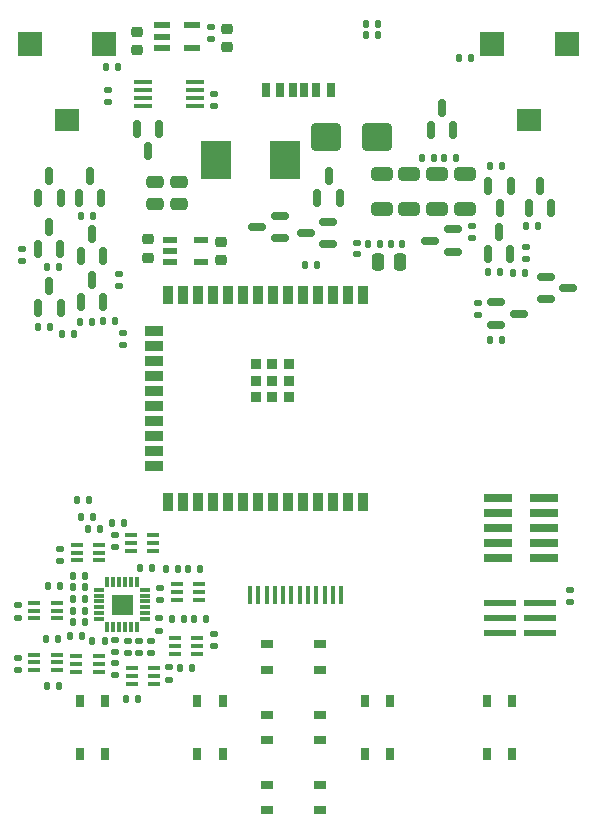
<source format=gbr>
G04 #@! TF.GenerationSoftware,KiCad,Pcbnew,7.0.5*
G04 #@! TF.CreationDate,2023-11-03T09:35:19+00:00*
G04 #@! TF.ProjectId,MaxTENS,4d617854-454e-4532-9e6b-696361645f70,rev?*
G04 #@! TF.SameCoordinates,Original*
G04 #@! TF.FileFunction,Paste,Top*
G04 #@! TF.FilePolarity,Positive*
%FSLAX46Y46*%
G04 Gerber Fmt 4.6, Leading zero omitted, Abs format (unit mm)*
G04 Created by KiCad (PCBNEW 7.0.5) date 2023-11-03 09:35:19*
%MOMM*%
%LPD*%
G01*
G04 APERTURE LIST*
G04 Aperture macros list*
%AMRoundRect*
0 Rectangle with rounded corners*
0 $1 Rounding radius*
0 $2 $3 $4 $5 $6 $7 $8 $9 X,Y pos of 4 corners*
0 Add a 4 corners polygon primitive as box body*
4,1,4,$2,$3,$4,$5,$6,$7,$8,$9,$2,$3,0*
0 Add four circle primitives for the rounded corners*
1,1,$1+$1,$2,$3*
1,1,$1+$1,$4,$5*
1,1,$1+$1,$6,$7*
1,1,$1+$1,$8,$9*
0 Add four rect primitives between the rounded corners*
20,1,$1+$1,$2,$3,$4,$5,0*
20,1,$1+$1,$4,$5,$6,$7,0*
20,1,$1+$1,$6,$7,$8,$9,0*
20,1,$1+$1,$8,$9,$2,$3,0*%
G04 Aperture macros list end*
%ADD10C,0.010000*%
%ADD11RoundRect,0.135000X-0.185000X0.135000X-0.185000X-0.135000X0.185000X-0.135000X0.185000X0.135000X0*%
%ADD12RoundRect,0.135000X-0.135000X-0.185000X0.135000X-0.185000X0.135000X0.185000X-0.135000X0.185000X0*%
%ADD13RoundRect,0.150000X0.150000X-0.587500X0.150000X0.587500X-0.150000X0.587500X-0.150000X-0.587500X0*%
%ADD14R,1.150000X0.600000*%
%ADD15RoundRect,0.135000X0.135000X0.185000X-0.135000X0.185000X-0.135000X-0.185000X0.135000X-0.185000X0*%
%ADD16R,0.990600X0.711200*%
%ADD17RoundRect,0.135000X0.185000X-0.135000X0.185000X0.135000X-0.185000X0.135000X-0.185000X-0.135000X0*%
%ADD18RoundRect,0.150000X-0.150000X0.587500X-0.150000X-0.587500X0.150000X-0.587500X0.150000X0.587500X0*%
%ADD19RoundRect,0.150000X-0.587500X-0.150000X0.587500X-0.150000X0.587500X0.150000X-0.587500X0.150000X0*%
%ADD20R,1.016000X0.355600*%
%ADD21RoundRect,0.250000X-0.650000X0.325000X-0.650000X-0.325000X0.650000X-0.325000X0.650000X0.325000X0*%
%ADD22R,1.320800X0.508000*%
%ADD23R,0.711200X0.990600*%
%ADD24RoundRect,0.140000X-0.170000X0.140000X-0.170000X-0.140000X0.170000X-0.140000X0.170000X0.140000X0*%
%ADD25RoundRect,0.140000X-0.140000X-0.170000X0.140000X-0.170000X0.140000X0.170000X-0.140000X0.170000X0*%
%ADD26R,2.387600X0.762000*%
%ADD27RoundRect,0.008100X-0.421900X-0.126900X0.421900X-0.126900X0.421900X0.126900X-0.421900X0.126900X0*%
%ADD28RoundRect,0.008100X0.126900X-0.421900X0.126900X0.421900X-0.126900X0.421900X-0.126900X-0.421900X0*%
%ADD29RoundRect,0.225000X0.250000X-0.225000X0.250000X0.225000X-0.250000X0.225000X-0.250000X-0.225000X0*%
%ADD30RoundRect,0.140000X0.170000X-0.140000X0.170000X0.140000X-0.170000X0.140000X-0.170000X-0.140000X0*%
%ADD31RoundRect,0.250000X-0.475000X0.250000X-0.475000X-0.250000X0.475000X-0.250000X0.475000X0.250000X0*%
%ADD32R,0.900000X1.500000*%
%ADD33R,1.500000X0.900000*%
%ADD34R,0.900000X0.900000*%
%ADD35R,2.000000X1.900000*%
%ADD36R,2.100000X2.000000*%
%ADD37RoundRect,0.150000X0.587500X0.150000X-0.587500X0.150000X-0.587500X-0.150000X0.587500X-0.150000X0*%
%ADD38RoundRect,0.250000X1.000000X0.900000X-1.000000X0.900000X-1.000000X-0.900000X1.000000X-0.900000X0*%
%ADD39RoundRect,0.250000X-0.250000X-0.475000X0.250000X-0.475000X0.250000X0.475000X-0.250000X0.475000X0*%
%ADD40R,2.819400X0.508000*%
%ADD41R,0.700000X1.200000*%
%ADD42R,0.760000X1.200000*%
%ADD43R,0.800000X1.200000*%
%ADD44RoundRect,0.225000X-0.250000X0.225000X-0.250000X-0.225000X0.250000X-0.225000X0.250000X0.225000X0*%
%ADD45R,1.524000X0.457200*%
%ADD46R,0.350000X1.600000*%
%ADD47R,2.550000X3.200000*%
G04 APERTURE END LIST*
G04 #@! TO.C,U2*
D10*
X209435000Y-91095000D02*
X207795000Y-91095000D01*
X207795000Y-89455000D01*
X209435000Y-89455000D01*
X209435000Y-91095000D01*
G36*
X209435000Y-91095000D02*
G01*
X207795000Y-91095000D01*
X207795000Y-89455000D01*
X209435000Y-89455000D01*
X209435000Y-91095000D01*
G37*
G04 #@! TD*
D11*
G04 #@! TO.C,R17*
X216160000Y-41390000D03*
X216160000Y-42410000D03*
G04 #@! TD*
D12*
G04 #@! TO.C,R57*
X205015000Y-66400000D03*
X206035000Y-66400000D03*
G04 #@! TD*
D13*
G04 #@! TO.C,Q4*
X201510000Y-55837500D03*
X203410000Y-55837500D03*
X202460000Y-53962500D03*
G04 #@! TD*
D14*
G04 #@! TO.C,IC2*
X212700000Y-59400000D03*
X212700000Y-60350000D03*
X212700000Y-61300000D03*
X215300000Y-61300000D03*
X215300000Y-59400000D03*
G04 #@! TD*
D11*
G04 #@! TO.C,R15*
X199800000Y-90365000D03*
X199800000Y-91385000D03*
G04 #@! TD*
D15*
G04 #@! TO.C,R18*
X230310000Y-41100000D03*
X229290000Y-41100000D03*
G04 #@! TD*
D12*
G04 #@! TO.C,R31*
X204440000Y-91800000D03*
X205460000Y-91800000D03*
G04 #@! TD*
D16*
G04 #@! TO.C,S6*
X220849999Y-105525001D03*
X225350001Y-105525001D03*
X220849999Y-107674999D03*
X225350001Y-107674999D03*
G04 #@! TD*
D17*
G04 #@! TO.C,R38*
X210075000Y-94360000D03*
X210075000Y-93340000D03*
G04 #@! TD*
D12*
G04 #@! TO.C,R62*
X205105000Y-82900000D03*
X206125000Y-82900000D03*
G04 #@! TD*
G04 #@! TO.C,R1*
X224080000Y-61500000D03*
X225100000Y-61500000D03*
G04 #@! TD*
D18*
G04 #@! TO.C,Q8*
X241540000Y-54855000D03*
X239640000Y-54855000D03*
X240590000Y-56730000D03*
G04 #@! TD*
D19*
G04 #@! TO.C,Q21*
X240312500Y-64700000D03*
X240312500Y-66600000D03*
X242187500Y-65650000D03*
G04 #@! TD*
D13*
G04 #@! TO.C,Q3*
X234740000Y-50087500D03*
X236640000Y-50087500D03*
X235690000Y-48212500D03*
G04 #@! TD*
D12*
G04 #@! TO.C,R3*
X235880000Y-52510000D03*
X236900000Y-52510000D03*
G04 #@! TD*
D13*
G04 #@! TO.C,Q6*
X201490000Y-60187500D03*
X203390000Y-60187500D03*
X202440000Y-58312500D03*
G04 #@! TD*
D17*
G04 #@! TO.C,R34*
X208025000Y-94335000D03*
X208025000Y-93315000D03*
G04 #@! TD*
D20*
G04 #@! TO.C,U9*
X209420000Y-95675002D03*
X209420000Y-96325001D03*
X209420000Y-96975000D03*
X211325000Y-96975000D03*
X211325000Y-96325001D03*
X211325000Y-95675002D03*
G04 #@! TD*
D13*
G04 #@! TO.C,Q9*
X243040000Y-56707500D03*
X244940000Y-56707500D03*
X243990000Y-54832500D03*
G04 #@! TD*
D21*
G04 #@! TO.C,C4*
X237620000Y-53855000D03*
X237620000Y-56805000D03*
G04 #@! TD*
D22*
G04 #@! TO.C,U3*
X211979600Y-41249998D03*
X211979600Y-42199999D03*
X211979600Y-43150000D03*
X214570400Y-43150000D03*
X214570400Y-41249998D03*
G04 #@! TD*
D17*
G04 #@! TO.C,R25*
X208000000Y-96260000D03*
X208000000Y-95240000D03*
G04 #@! TD*
D23*
G04 #@! TO.C,S5*
X214975001Y-102920001D03*
X214975001Y-98419999D03*
X217124999Y-102920001D03*
X217124999Y-98419999D03*
G04 #@! TD*
D12*
G04 #@! TO.C,R4*
X207240000Y-44775000D03*
X208260000Y-44775000D03*
G04 #@! TD*
D21*
G04 #@! TO.C,C12*
X230600000Y-53845000D03*
X230600000Y-56795000D03*
G04 #@! TD*
D23*
G04 #@! TO.C,S4*
X231299998Y-98419999D03*
X231299998Y-102920001D03*
X229150000Y-98419999D03*
X229150000Y-102920001D03*
G04 #@! TD*
D24*
G04 #@! TO.C,C15*
X246550000Y-89095000D03*
X246550000Y-90055000D03*
G04 #@! TD*
D25*
G04 #@! TO.C,C6*
X231395000Y-59725000D03*
X232355000Y-59725000D03*
G04 #@! TD*
D12*
G04 #@! TO.C,R27*
X204455000Y-87835000D03*
X205475000Y-87835000D03*
G04 #@! TD*
D17*
G04 #@! TO.C,R47*
X212625000Y-96635000D03*
X212625000Y-95615000D03*
G04 #@! TD*
D12*
G04 #@! TO.C,R33*
X206115000Y-93375000D03*
X207135000Y-93375000D03*
G04 #@! TD*
G04 #@! TO.C,R32*
X204215000Y-92950000D03*
X205235000Y-92950000D03*
G04 #@! TD*
D26*
G04 #@! TO.C,J5*
X244340002Y-86340000D03*
X240440000Y-86340000D03*
X244340002Y-85070000D03*
X240440000Y-85070000D03*
X244340002Y-83800000D03*
X240440000Y-83800000D03*
X244340002Y-82530000D03*
X240440000Y-82530000D03*
X244340002Y-81260000D03*
X240440000Y-81260000D03*
G04 #@! TD*
D13*
G04 #@! TO.C,Q7*
X239590000Y-60640000D03*
X241490000Y-60640000D03*
X240540000Y-58765000D03*
G04 #@! TD*
D12*
G04 #@! TO.C,R46*
X214180000Y-87300000D03*
X215200000Y-87300000D03*
G04 #@! TD*
D20*
G04 #@! TO.C,U10*
X213097500Y-93150001D03*
X213097500Y-93800000D03*
X213097500Y-94449999D03*
X215002500Y-94449999D03*
X215002500Y-93800000D03*
X215002500Y-93150001D03*
G04 #@! TD*
D12*
G04 #@! TO.C,R30*
X204440000Y-90800000D03*
X205460000Y-90800000D03*
G04 #@! TD*
D21*
G04 #@! TO.C,C11*
X232950000Y-53850000D03*
X232950000Y-56800000D03*
G04 #@! TD*
D20*
G04 #@! TO.C,U7*
X201197500Y-94525001D03*
X201197500Y-95175000D03*
X201197500Y-95824999D03*
X203102500Y-95824999D03*
X203102500Y-95175000D03*
X203102500Y-94525001D03*
G04 #@! TD*
D17*
G04 #@! TO.C,R39*
X211050000Y-94360000D03*
X211050000Y-93340000D03*
G04 #@! TD*
D15*
G04 #@! TO.C,R36*
X205835000Y-81475000D03*
X204815000Y-81475000D03*
G04 #@! TD*
D12*
G04 #@! TO.C,R14*
X202340000Y-88725000D03*
X203360000Y-88725000D03*
G04 #@! TD*
D16*
G04 #@! TO.C,S7*
X220849999Y-99595001D03*
X225350001Y-99595001D03*
X220849999Y-101744999D03*
X225350001Y-101744999D03*
G04 #@! TD*
D17*
G04 #@! TO.C,R54*
X200125000Y-61210000D03*
X200125000Y-60190000D03*
G04 #@! TD*
D15*
G04 #@! TO.C,R16*
X230460000Y-59725000D03*
X229440000Y-59725000D03*
G04 #@! TD*
D20*
G04 #@! TO.C,U5*
X204747500Y-94675001D03*
X204747500Y-95325000D03*
X204747500Y-95974999D03*
X206652500Y-95974999D03*
X206652500Y-95325000D03*
X206652500Y-94675001D03*
G04 #@! TD*
D27*
G04 #@! TO.C,U2*
X206680000Y-89025000D03*
X206680000Y-89525000D03*
X206680000Y-90025000D03*
X206680000Y-90525000D03*
X206680000Y-91025000D03*
X206680000Y-91525000D03*
D28*
X207365000Y-92210000D03*
X207865000Y-92210000D03*
X208365000Y-92210000D03*
X208865000Y-92210000D03*
X209365000Y-92210000D03*
X209865000Y-92210000D03*
D27*
X210550000Y-91525000D03*
X210550000Y-91025000D03*
X210550000Y-90525000D03*
X210550000Y-90025000D03*
X210550000Y-89525000D03*
X210550000Y-89025000D03*
D28*
X209865000Y-88340000D03*
X209365000Y-88340000D03*
X208865000Y-88340000D03*
X208365000Y-88340000D03*
X207865000Y-88340000D03*
X207365000Y-88340000D03*
G04 #@! TD*
D20*
G04 #@! TO.C,U4*
X204762500Y-85235001D03*
X204762500Y-85885000D03*
X204762500Y-86534999D03*
X206667500Y-86534999D03*
X206667500Y-85885000D03*
X206667500Y-85235001D03*
G04 #@! TD*
D29*
G04 #@! TO.C,C10*
X209875000Y-43375000D03*
X209875000Y-41825000D03*
G04 #@! TD*
D30*
G04 #@! TO.C,C8*
X228500000Y-60630000D03*
X228500000Y-59670000D03*
G04 #@! TD*
D17*
G04 #@! TO.C,R22*
X208320000Y-63290000D03*
X208320000Y-62270000D03*
G04 #@! TD*
D19*
G04 #@! TO.C,Q19*
X244487500Y-62550000D03*
X244487500Y-64450000D03*
X246362500Y-63500000D03*
G04 #@! TD*
D12*
G04 #@! TO.C,R10*
X239740000Y-67880000D03*
X240760000Y-67880000D03*
G04 #@! TD*
D11*
G04 #@! TO.C,R13*
X203390000Y-85575000D03*
X203390000Y-86595000D03*
G04 #@! TD*
D15*
G04 #@! TO.C,R42*
X215760000Y-91525000D03*
X214740000Y-91525000D03*
G04 #@! TD*
D13*
G04 #@! TO.C,Q17*
X205130000Y-60787500D03*
X207030000Y-60787500D03*
X206080000Y-58912500D03*
G04 #@! TD*
D29*
G04 #@! TO.C,C9*
X217500000Y-43075000D03*
X217500000Y-41525000D03*
G04 #@! TD*
D13*
G04 #@! TO.C,Q16*
X205140000Y-64705000D03*
X207040000Y-64705000D03*
X206090000Y-62830000D03*
G04 #@! TD*
D17*
G04 #@! TO.C,R9*
X238220000Y-59240000D03*
X238220000Y-58220000D03*
G04 #@! TD*
D20*
G04 #@! TO.C,U8*
X213247500Y-88575001D03*
X213247500Y-89225000D03*
X213247500Y-89874999D03*
X215152500Y-89874999D03*
X215152500Y-89225000D03*
X215152500Y-88575001D03*
G04 #@! TD*
D31*
G04 #@! TO.C,C1*
X211400000Y-54500000D03*
X211400000Y-56400000D03*
G04 #@! TD*
D12*
G04 #@! TO.C,R28*
X204455000Y-88835000D03*
X205475000Y-88835000D03*
G04 #@! TD*
D32*
G04 #@! TO.C,IC1*
X229060000Y-64100000D03*
X227790000Y-64100000D03*
X226520000Y-64100000D03*
X225250000Y-64100000D03*
X223980000Y-64100000D03*
X222710000Y-64100000D03*
X221440000Y-64100000D03*
X220170000Y-64100000D03*
X218900000Y-64100000D03*
X217630000Y-64100000D03*
X216360000Y-64100000D03*
X215090000Y-64100000D03*
X213820000Y-64100000D03*
X212550000Y-64100000D03*
D33*
X211300000Y-67135000D03*
X211300000Y-68405000D03*
X211300000Y-69675000D03*
X211300000Y-70945000D03*
X211300000Y-72215000D03*
X211300000Y-73485000D03*
X211300000Y-74755000D03*
X211300000Y-76025000D03*
X211300000Y-77295000D03*
X211300000Y-78565000D03*
D32*
X212550000Y-81600000D03*
X213820000Y-81600000D03*
X215090000Y-81600000D03*
X216360000Y-81600000D03*
X217630000Y-81600000D03*
X218900000Y-81600000D03*
X220170000Y-81600000D03*
X221440000Y-81600000D03*
X222710000Y-81600000D03*
X223980000Y-81600000D03*
X225250000Y-81600000D03*
X226520000Y-81600000D03*
X227790000Y-81600000D03*
X229060000Y-81600000D03*
D34*
X222740000Y-69950000D03*
X221340000Y-69950000D03*
X219940000Y-69950000D03*
X219940000Y-71350000D03*
X219940000Y-72750000D03*
X221340000Y-72750000D03*
X222740000Y-72750000D03*
X222740000Y-71350000D03*
X221340000Y-71350000D03*
G04 #@! TD*
D35*
G04 #@! TO.C,J7*
X243100000Y-49255000D03*
D36*
X239950000Y-42805000D03*
X246250000Y-42805000D03*
G04 #@! TD*
D12*
G04 #@! TO.C,R44*
X210165000Y-87175000D03*
X211185000Y-87175000D03*
G04 #@! TD*
G04 #@! TO.C,R21*
X207040000Y-66300000D03*
X208060000Y-66300000D03*
G04 #@! TD*
D17*
G04 #@! TO.C,R7*
X242820000Y-61070000D03*
X242820000Y-60050000D03*
G04 #@! TD*
D12*
G04 #@! TO.C,R6*
X205170000Y-57380000D03*
X206190000Y-57380000D03*
G04 #@! TD*
D37*
G04 #@! TO.C,Q20*
X236597500Y-60420000D03*
X236597500Y-58520000D03*
X234722500Y-59470000D03*
G04 #@! TD*
D21*
G04 #@! TO.C,C3*
X235250000Y-53850000D03*
X235250000Y-56800000D03*
G04 #@! TD*
D38*
G04 #@! TO.C,D1*
X230200000Y-50700000D03*
X225900000Y-50700000D03*
G04 #@! TD*
D15*
G04 #@! TO.C,R61*
X240610000Y-62150000D03*
X239590000Y-62150000D03*
G04 #@! TD*
D11*
G04 #@! TO.C,R50*
X216375000Y-92815000D03*
X216375000Y-93835000D03*
G04 #@! TD*
D39*
G04 #@! TO.C,C7*
X230275000Y-61325000D03*
X232175000Y-61325000D03*
G04 #@! TD*
D15*
G04 #@! TO.C,R8*
X240820000Y-53180000D03*
X239800000Y-53180000D03*
G04 #@! TD*
D40*
G04 #@! TO.C,J3*
X244001800Y-90130000D03*
X240598200Y-90130000D03*
X244001800Y-91400000D03*
X240598200Y-91400000D03*
X244001800Y-92670000D03*
X240598200Y-92670000D03*
G04 #@! TD*
D37*
G04 #@! TO.C,Q10*
X221950000Y-59275000D03*
X221950000Y-57375000D03*
X220075000Y-58325000D03*
G04 #@! TD*
D12*
G04 #@! TO.C,R55*
X203565000Y-67400000D03*
X204585000Y-67400000D03*
G04 #@! TD*
D41*
G04 #@! TO.C,J1*
X224050000Y-46680000D03*
D42*
X222030000Y-46680000D03*
D43*
X220800000Y-46680000D03*
D41*
X223050000Y-46680000D03*
D42*
X225070000Y-46680000D03*
D43*
X226300000Y-46680000D03*
G04 #@! TD*
D17*
G04 #@! TO.C,R37*
X209125000Y-94360000D03*
X209125000Y-93340000D03*
G04 #@! TD*
D20*
G04 #@! TO.C,U11*
X209347500Y-84425001D03*
X209347500Y-85075000D03*
X209347500Y-85724999D03*
X211252500Y-85724999D03*
X211252500Y-85075000D03*
X211252500Y-84425001D03*
G04 #@! TD*
D12*
G04 #@! TO.C,R23*
X202140000Y-93200000D03*
X203160000Y-93200000D03*
G04 #@! TD*
D44*
G04 #@! TO.C,C14*
X210850000Y-59375000D03*
X210850000Y-60925000D03*
G04 #@! TD*
D12*
G04 #@! TO.C,R11*
X237105000Y-44050000D03*
X238125000Y-44050000D03*
G04 #@! TD*
D11*
G04 #@! TO.C,R5*
X216400000Y-47090000D03*
X216400000Y-48110000D03*
G04 #@! TD*
G04 #@! TO.C,R24*
X199825000Y-94815000D03*
X199825000Y-95835000D03*
G04 #@! TD*
D12*
G04 #@! TO.C,R12*
X205715000Y-83875000D03*
X206735000Y-83875000D03*
G04 #@! TD*
D17*
G04 #@! TO.C,R45*
X207450000Y-47745000D03*
X207450000Y-46725000D03*
G04 #@! TD*
D18*
G04 #@! TO.C,Q2*
X211780000Y-49985000D03*
X209880000Y-49985000D03*
X210830000Y-51860000D03*
G04 #@! TD*
D12*
G04 #@! TO.C,R51*
X207765000Y-83350000D03*
X208785000Y-83350000D03*
G04 #@! TD*
D13*
G04 #@! TO.C,Q5*
X204950000Y-55847500D03*
X206850000Y-55847500D03*
X205900000Y-53972500D03*
G04 #@! TD*
G04 #@! TO.C,Q18*
X201520000Y-65180000D03*
X203420000Y-65180000D03*
X202470000Y-63305000D03*
G04 #@! TD*
D12*
G04 #@! TO.C,R19*
X229290000Y-42100000D03*
X230310000Y-42100000D03*
G04 #@! TD*
G04 #@! TO.C,R59*
X241740000Y-62250000D03*
X242760000Y-62250000D03*
G04 #@! TD*
D15*
G04 #@! TO.C,R41*
X213860000Y-91525000D03*
X212840000Y-91525000D03*
G04 #@! TD*
D45*
G04 #@! TO.C,U1*
X210428300Y-46085001D03*
X210428300Y-46734999D03*
X210428300Y-47385001D03*
X210428300Y-48034999D03*
X214771700Y-48034999D03*
X214771700Y-47385001D03*
X214771700Y-46734999D03*
X214771700Y-46085001D03*
G04 #@! TD*
D20*
G04 #@! TO.C,U6*
X201197500Y-90150001D03*
X201197500Y-90800000D03*
X201197500Y-91449999D03*
X203102500Y-91449999D03*
X203102500Y-90800000D03*
X203102500Y-90150001D03*
G04 #@! TD*
D44*
G04 #@! TO.C,C13*
X217025000Y-59550000D03*
X217025000Y-61100000D03*
G04 #@! TD*
D31*
G04 #@! TO.C,C2*
X213400000Y-54500000D03*
X213400000Y-56400000D03*
G04 #@! TD*
D12*
G04 #@! TO.C,R29*
X204440000Y-89825000D03*
X205460000Y-89825000D03*
G04 #@! TD*
D15*
G04 #@! TO.C,R52*
X214560000Y-95675000D03*
X213540000Y-95675000D03*
G04 #@! TD*
D46*
G04 #@! TO.C,J4*
X227161500Y-89450000D03*
X226461500Y-89450000D03*
X225761500Y-89450000D03*
X225061500Y-89450000D03*
X224361500Y-89450000D03*
X223661500Y-89450000D03*
X222961500Y-89450000D03*
X222261500Y-89450000D03*
X221561500Y-89450000D03*
X220861500Y-89450000D03*
X220161500Y-89450000D03*
X219461500Y-89450000D03*
G04 #@! TD*
D12*
G04 #@! TO.C,R58*
X242840000Y-58250000D03*
X243860000Y-58250000D03*
G04 #@! TD*
D11*
G04 #@! TO.C,R60*
X238725000Y-64725000D03*
X238725000Y-65745000D03*
G04 #@! TD*
D37*
G04 #@! TO.C,Q11*
X226025000Y-59775000D03*
X226025000Y-57875000D03*
X224150000Y-58825000D03*
G04 #@! TD*
D13*
G04 #@! TO.C,Q1*
X225150000Y-55900000D03*
X227050000Y-55900000D03*
X226100000Y-54025000D03*
G04 #@! TD*
D11*
G04 #@! TO.C,R53*
X208000000Y-84365000D03*
X208000000Y-85385000D03*
G04 #@! TD*
D16*
G04 #@! TO.C,S3*
X220849999Y-93650002D03*
X225350001Y-93650002D03*
X220849999Y-95800000D03*
X225350001Y-95800000D03*
G04 #@! TD*
D47*
G04 #@! TO.C,L1*
X216550000Y-52675000D03*
X222450000Y-52675000D03*
G04 #@! TD*
D11*
G04 #@! TO.C,R40*
X211750000Y-91465000D03*
X211750000Y-92485000D03*
G04 #@! TD*
D12*
G04 #@! TO.C,R26*
X202290000Y-97175000D03*
X203310000Y-97175000D03*
G04 #@! TD*
G04 #@! TO.C,R2*
X233990000Y-52500000D03*
X235010000Y-52500000D03*
G04 #@! TD*
D17*
G04 #@! TO.C,R35*
X208725000Y-68335000D03*
X208725000Y-67315000D03*
G04 #@! TD*
D15*
G04 #@! TO.C,R56*
X202535000Y-66750000D03*
X201515000Y-66750000D03*
G04 #@! TD*
G04 #@! TO.C,R49*
X209985000Y-98275000D03*
X208965000Y-98275000D03*
G04 #@! TD*
D35*
G04 #@! TO.C,J2*
X203950000Y-49255000D03*
D36*
X200800000Y-42805000D03*
X207100000Y-42805000D03*
G04 #@! TD*
D15*
G04 #@! TO.C,R48*
X213335000Y-87300000D03*
X212315000Y-87300000D03*
G04 #@! TD*
D11*
G04 #@! TO.C,R43*
X211800000Y-88915000D03*
X211800000Y-89935000D03*
G04 #@! TD*
D23*
G04 #@! TO.C,S2*
X239475001Y-102920001D03*
X239475001Y-98419999D03*
X241624999Y-102920001D03*
X241624999Y-98419999D03*
G04 #@! TD*
G04 #@! TO.C,S1*
X205025001Y-102920001D03*
X205025001Y-98419999D03*
X207174999Y-102920001D03*
X207174999Y-98419999D03*
G04 #@! TD*
D15*
G04 #@! TO.C,R20*
X203320000Y-61740000D03*
X202300000Y-61740000D03*
G04 #@! TD*
M02*

</source>
